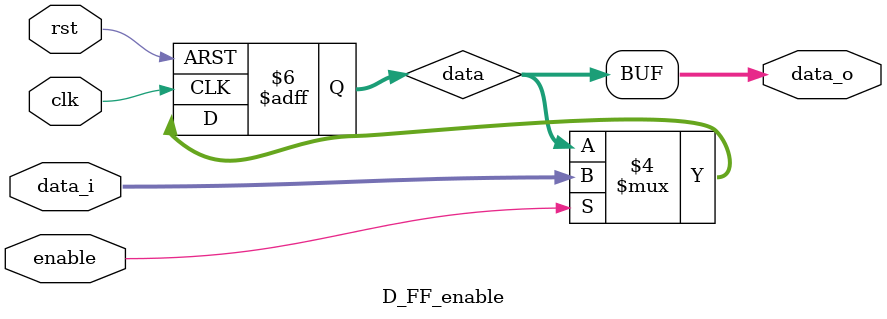
<source format=sv>
module D_FF_enable
#(parameter WIDTH=9) // fill number of bits 
(
	input logic clk, rst, enable,
	input logic [WIDTH-1:0] data_i,
	output logic [WIDTH-1:0] data_o
);
reg [WIDTH-1:0] data;
always_ff@ (posedge clk or negedge rst)
	if (!rst) begin
		data <= 0;
	end else if (enable) begin
	data <= data_i;
	end else data <= data;
assign data_o=data;
endmodule 
</source>
